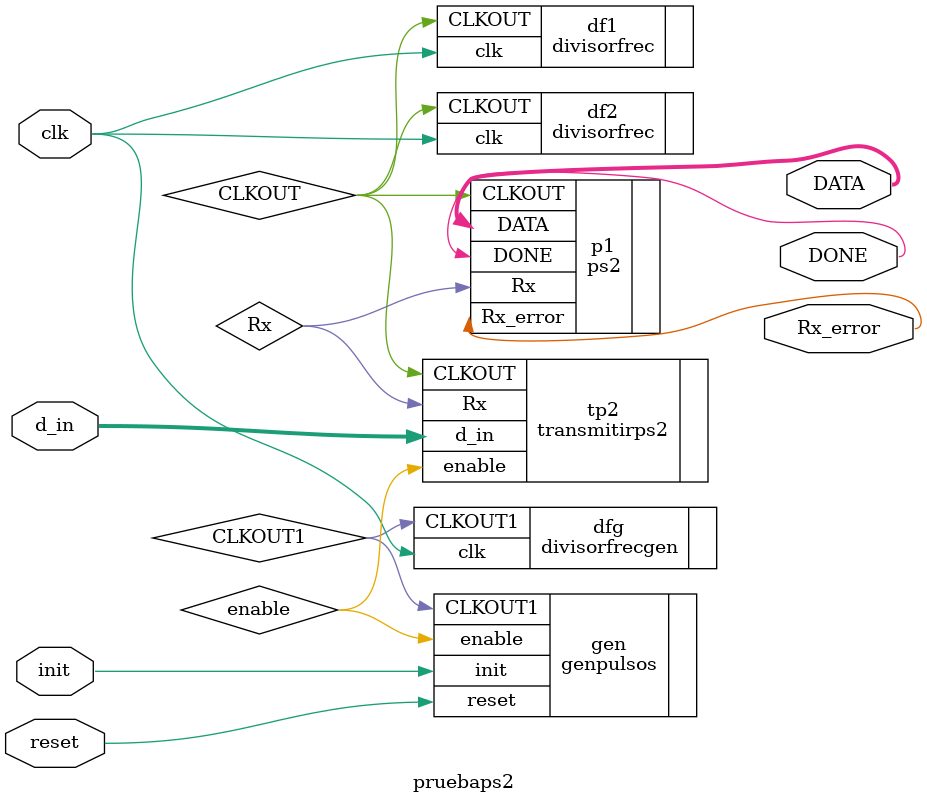
<source format=v>
module  pruebaps2 (
                    input       [7:0] d_in,
                    input             init,
                    input             clk,
                    input             reset,
                    output      [7:0]	DATA,
		        	      output    	      DONE,
		        	      output    	      Rx_error
                  );
  //wire    CLKOUT0;
  //assign  CLKOUT0 = 
   ps2	           p1   (
			                      .Rx       (  Rx       ),
			                      .CLKOUT   (  CLKOUT   ),
			                      .Rx_error (  Rx_error ),
                            .DATA     (  DATA     ),
		            	          .DONE     (  DONE     )
		                    );
  divisorfrec      df1	(
                            .clk      (  clk      ),
				                    .CLKOUT   (  CLKOUT   )
			                  );
  genpulsos	       gen  (
											      .init     (  init     ),
											      .CLKOUT1  (  CLKOUT1  ),
											      .reset    (  reset    ),
											      .enable   (  enable   )
			                  );
  divisorfrecgen   dfg  (
				                    .clk      (  clk      ),
				                    .CLKOUT1  (  CLKOUT1  )
			                  );


  divisorfrec      df2  (
                            .clk      (  clk      ),
				                    .CLKOUT   (  CLKOUT   )
			                  );

  transmitirps2    tp2  (
                            .d_in     (  d_in     ),
                            .enable   (  enable   ),
                            .CLKOUT   (  CLKOUT   ),
                            .Rx       (  Rx       )
                        );
endmodule

</source>
